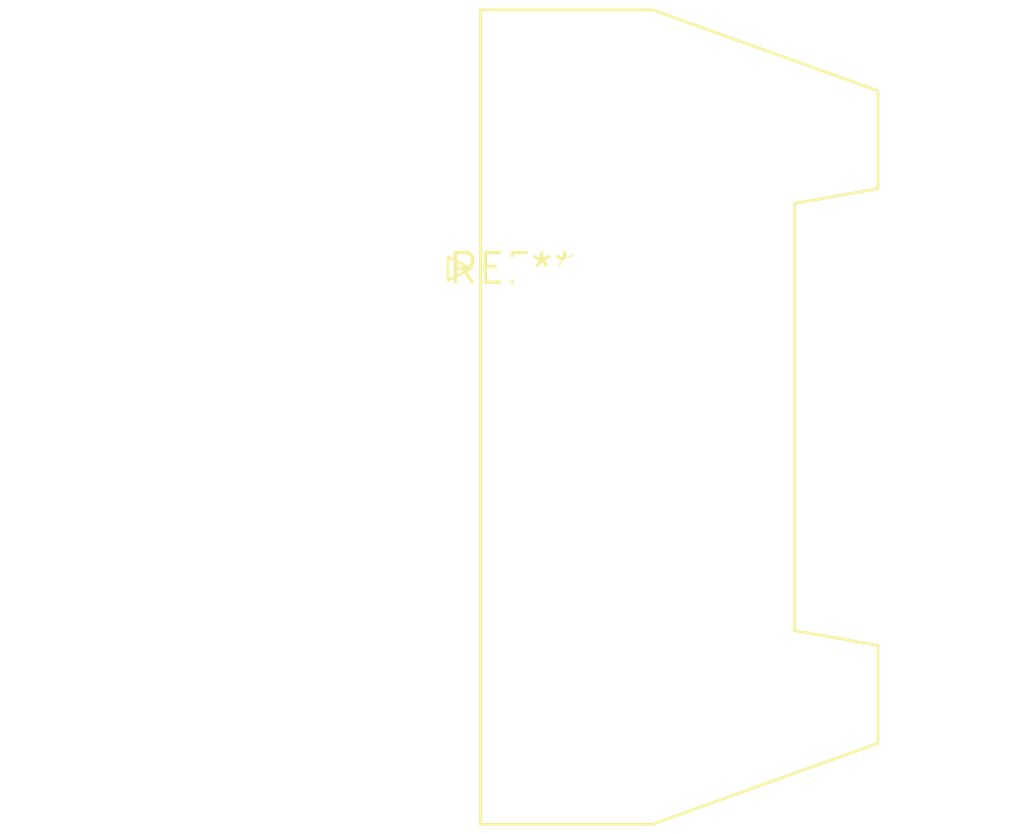
<source format=kicad_pcb>
(kicad_pcb (version 20240108) (generator pcbnew)
  (layers (0 "F.Cu" signal) (31 "B.Cu" signal) (34 "B.Paste" user) (35 "F.Paste" user) (36 "B.SilkS" user "B.Silkscreen") (37 "F.SilkS" user "F.Silkscreen") (38 "B.Mask" user) (39 "F.Mask" user) (44 "Edge.Cuts" user))
  (net 0 "")
  (footprint "IDC-Header_2x06_P2.54mm_Latch_Horizontal" (layer "F.Cu") (at 0 0)
    (property "Reference" "REF**")
    (property "Value" "IDC-Header_2x06_P2.54mm_Latch_Horizontal")
    (fp_line (start -2.74 -0.5) (end -2.74 0.5) (layer "F.SilkS") (stroke (width 0.12)))
    (fp_line (start -2.74 0.5) (end -1.74 0) (layer "F.SilkS") (stroke (width 0.12)))
    (fp_line (start -1.74 0) (end -2.74 -0.5) (layer "F.SilkS") (stroke (width 0.12)))
    (fp_line (start -1.35 -11.08) (end 5.98 -11.08) (layer "F.SilkS") (stroke (width 0.12)))
    (fp_line (start -1.35 23.78) (end -1.35 -11.08) (layer "F.SilkS") (stroke (width 0.12)))
    (fp_line (start 5.98 -11.08) (end 15.64 -7.61) (layer "F.SilkS") (stroke (width 0.12)))
    (fp_line (start 5.98 23.78) (end -1.35 23.78) (layer "F.SilkS") (stroke (width 0.12)))
    (fp_line (start 12.08 -2.79) (end 12.08 15.49) (layer "F.SilkS") (stroke (width 0.12)))
    (fp_line (start 12.08 15.49) (end 15.64 16.12) (layer "F.SilkS") (stroke (width 0.12)))
    (fp_line (start 15.64 -7.61) (end 15.64 -3.42) (layer "F.SilkS") (stroke (width 0.12)))
    (fp_line (start 15.64 -3.42) (end 12.08 -2.79) (layer "F.SilkS") (stroke (width 0.12)))
    (fp_line (start 15.64 16.12) (end 15.64 20.31) (layer "F.SilkS") (stroke (width 0.12)))
    (fp_line (start 15.64 20.31) (end 5.98 23.78) (layer "F.SilkS") (stroke (width 0.12)))
    (pad "1" thru_hole roundrect (at 0 0) (size 1.7 1.7) (drill 1) (layers *.Cu *.Mask) (remove_unused_layers) (roundrect_rratio 0.147059))
    (pad "2" thru_hole circle (at 2.54 0) (size 1.7 1.7) (drill 1) (layers *.Cu *.Mask) (remove_unused_layers))
    (pad "3" thru_hole circle (at 0 2.54) (size 1.7 1.7) (drill 1) (layers *.Cu *.Mask) (remove_unused_layers))
    (pad "4" thru_hole circle (at 2.54 2.54) (size 1.7 1.7) (drill 1) (layers *.Cu *.Mask) (remove_unused_layers))
    (pad "5" thru_hole circle (at 0 5.08) (size 1.7 1.7) (drill 1) (layers *.Cu *.Mask) (remove_unused_layers))
    (pad "6" thru_hole circle (at 2.54 5.08) (size 1.7 1.7) (drill 1) (layers *.Cu *.Mask) (remove_unused_layers))
    (pad "7" thru_hole circle (at 0 7.62) (size 1.7 1.7) (drill 1) (layers *.Cu *.Mask) (remove_unused_layers))
    (pad "8" thru_hole circle (at 2.54 7.62) (size 1.7 1.7) (drill 1) (layers *.Cu *.Mask) (remove_unused_layers))
    (pad "9" thru_hole circle (at 0 10.16) (size 1.7 1.7) (drill 1) (layers *.Cu *.Mask) (remove_unused_layers))
    (pad "10" thru_hole circle (at 2.54 10.16) (size 1.7 1.7) (drill 1) (layers *.Cu *.Mask) (remove_unused_layers))
    (pad "11" thru_hole circle (at 0 12.7) (size 1.7 1.7) (drill 1) (layers *.Cu *.Mask) (remove_unused_layers))
    (pad "12" thru_hole circle (at 2.54 12.7) (size 1.7 1.7) (drill 1) (layers *.Cu *.Mask) (remove_unused_layers))
  )
)
</source>
